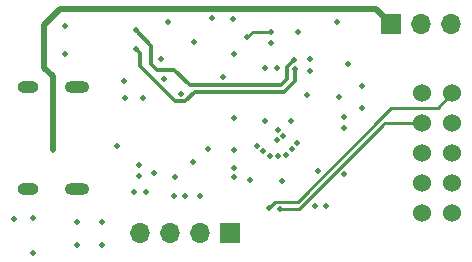
<source format=gbr>
%TF.GenerationSoftware,KiCad,Pcbnew,7.0.7*%
%TF.CreationDate,2024-02-11T21:42:05-08:00*%
%TF.ProjectId,PGL_FTDI_Prog,50474c5f-4654-4444-995f-50726f672e6b,rev?*%
%TF.SameCoordinates,Original*%
%TF.FileFunction,Copper,L4,Bot*%
%TF.FilePolarity,Positive*%
%FSLAX46Y46*%
G04 Gerber Fmt 4.6, Leading zero omitted, Abs format (unit mm)*
G04 Created by KiCad (PCBNEW 7.0.7) date 2024-02-11 21:42:05*
%MOMM*%
%LPD*%
G01*
G04 APERTURE LIST*
%TA.AperFunction,ComponentPad*%
%ADD10C,1.524000*%
%TD*%
%TA.AperFunction,ComponentPad*%
%ADD11R,1.700000X1.700000*%
%TD*%
%TA.AperFunction,ComponentPad*%
%ADD12O,1.700000X1.700000*%
%TD*%
%TA.AperFunction,ComponentPad*%
%ADD13O,2.100000X1.000000*%
%TD*%
%TA.AperFunction,ComponentPad*%
%ADD14O,1.800000X1.000000*%
%TD*%
%TA.AperFunction,ViaPad*%
%ADD15C,0.500000*%
%TD*%
%TA.AperFunction,Conductor*%
%ADD16C,0.500000*%
%TD*%
%TA.AperFunction,Conductor*%
%ADD17C,0.350000*%
%TD*%
%TA.AperFunction,Conductor*%
%ADD18C,0.250000*%
%TD*%
G04 APERTURE END LIST*
D10*
%TO.P,U7,1,5V*%
%TO.N,Net-(J1-Pin_2)*%
X102810000Y-56690000D03*
%TO.P,U7,2,CDONE*%
%TO.N,/UP5K_CDONE*%
X105350000Y-56690000D03*
%TO.P,U7,3,~{CRESET}*%
%TO.N,/UP5K_CRESET*%
X102810000Y-59230000D03*
%TO.P,U7,4,GND*%
%TO.N,GND*%
X105350000Y-59230000D03*
%TO.P,U7,5,UA_RX*%
%TO.N,/UP5K_UART_RX*%
X102810000Y-61770000D03*
%TO.P,U7,6,UA_TX*%
%TO.N,/UP5K_UART_TX*%
X105350000Y-61770000D03*
%TO.P,U7,7,~{F_CS}*%
%TO.N,/FLASH_CS*%
X102810000Y-64310000D03*
%TO.P,U7,8,F_MISO*%
%TO.N,/FLASH_MISO*%
X105350000Y-64310000D03*
%TO.P,U7,9,F_MOSI*%
%TO.N,/FLASH_MOSI*%
X102810000Y-66850000D03*
%TO.P,U7,10,F_SCK*%
%TO.N,/FLASH_SCK*%
X105350000Y-66850000D03*
%TD*%
D11*
%TO.P,J1,1,Pin_1*%
%TO.N,+5V*%
X100160000Y-50850000D03*
D12*
%TO.P,J1,2,Pin_2*%
%TO.N,Net-(J1-Pin_2)*%
X102700000Y-50850000D03*
%TO.P,J1,3,Pin_3*%
%TO.N,+3V3*%
X105240000Y-50850000D03*
%TD*%
D13*
%TO.P,P1,S1,SHIELD*%
%TO.N,GND*%
X73605000Y-56180000D03*
D14*
X69425000Y-56180000D03*
D13*
X73605000Y-64820000D03*
D14*
X69425000Y-64820000D03*
%TD*%
D11*
%TO.P,J3,1,Pin_1*%
%TO.N,GND*%
X86520000Y-68500000D03*
D12*
%TO.P,J3,2,Pin_2*%
%TO.N,+3V3*%
X83980000Y-68500000D03*
%TO.P,J3,3,Pin_3*%
%TO.N,GND*%
X81440000Y-68500000D03*
%TO.P,J3,4,Pin_4*%
%TO.N,+5V*%
X78900000Y-68500000D03*
%TD*%
D15*
%TO.N,+3V3*%
X73575000Y-67600000D03*
X75700000Y-67600000D03*
X95550000Y-50675000D03*
X77562500Y-55600000D03*
X72512500Y-53350000D03*
X84000000Y-65375000D03*
X93700000Y-66250000D03*
X88200000Y-64000000D03*
X93300000Y-54760000D03*
X80100000Y-63425000D03*
X89962500Y-52450000D03*
X72512500Y-50950000D03*
X97700000Y-57950000D03*
X96200000Y-59630000D03*
X86750000Y-50400000D03*
X82730000Y-65350000D03*
X78800000Y-63680000D03*
X90480000Y-54550000D03*
%TO.N,GND*%
X81850000Y-63750000D03*
X79150000Y-57100000D03*
X95750000Y-57000000D03*
X86850000Y-53320000D03*
X93017970Y-56831211D03*
X83450000Y-52350000D03*
X77600000Y-57100000D03*
X82400000Y-56695000D03*
X86850000Y-63750000D03*
X88800000Y-61100000D03*
X85950000Y-55300000D03*
X91000000Y-60300000D03*
X91300000Y-61900000D03*
X78800000Y-62720000D03*
X86900000Y-58750000D03*
X90945139Y-64138009D03*
X89500000Y-59000000D03*
X69800000Y-70180000D03*
X94660000Y-66250000D03*
X76950000Y-61125000D03*
X80900000Y-55475000D03*
X89900000Y-62000000D03*
X96550000Y-54200000D03*
X75700000Y-69500000D03*
X85000000Y-50270000D03*
X89520000Y-54550000D03*
X86850000Y-63000000D03*
X69800000Y-67270000D03*
X92200000Y-60900000D03*
X93950000Y-63250000D03*
X89300000Y-61600000D03*
X90500000Y-60600000D03*
X90600000Y-59800000D03*
X96200000Y-58670000D03*
X93300000Y-53800000D03*
X86850000Y-61500000D03*
X73575000Y-69500000D03*
X84650000Y-61420000D03*
X97700000Y-56050000D03*
X78350000Y-65020000D03*
X81770000Y-65350000D03*
X90600000Y-62000000D03*
X96200000Y-63480000D03*
X91700000Y-59000000D03*
X79400000Y-65020000D03*
X92237500Y-51500000D03*
X91800000Y-61400000D03*
X80720000Y-53750000D03*
X81250000Y-50650000D03*
X68250000Y-67300000D03*
X83350000Y-62480000D03*
%TO.N,+5V*%
X71500000Y-60300000D03*
X71500000Y-61500000D03*
X71500000Y-60900000D03*
X71500000Y-59700000D03*
%TO.N,Net-(U5-BCBUS4)*%
X78525000Y-51350000D03*
X91950000Y-53850000D03*
%TO.N,Net-(U5-BCBUS3)*%
X78525000Y-52950000D03*
X92000000Y-54650000D03*
%TO.N,/UP5K_CDONE*%
X89850000Y-66350000D03*
%TO.N,/UP5K_CRESET*%
X90750000Y-66450000D03*
%TO.N,/EEPROM_SPI_CS*%
X89962500Y-51500000D03*
X87975000Y-51950000D03*
%TD*%
D16*
%TO.N,+5V*%
X71500000Y-61500000D02*
X71500000Y-55200000D01*
X71500000Y-55200000D02*
X70800000Y-54500000D01*
X72130000Y-49570000D02*
X98880000Y-49570000D01*
X70800000Y-54500000D02*
X70800000Y-50900000D01*
X70800000Y-50900000D02*
X72130000Y-49570000D01*
X98880000Y-49570000D02*
X100160000Y-50850000D01*
D17*
%TO.N,Net-(U5-BCBUS4)*%
X91950000Y-53850000D02*
X91916116Y-53850000D01*
X83100000Y-56000000D02*
X81800000Y-54700000D01*
X91916116Y-53850000D02*
X91350000Y-54416116D01*
X91350000Y-55500000D02*
X90850000Y-56000000D01*
X90850000Y-56000000D02*
X83100000Y-56000000D01*
X91350000Y-54416116D02*
X91350000Y-55500000D01*
X80350000Y-54700000D02*
X79850000Y-54200000D01*
X78550000Y-51350000D02*
X78525000Y-51350000D01*
X79850000Y-54200000D02*
X79850000Y-52650000D01*
X81800000Y-54700000D02*
X80350000Y-54700000D01*
X79850000Y-52650000D02*
X78550000Y-51350000D01*
%TO.N,Net-(U5-BCBUS3)*%
X91077818Y-56550000D02*
X92000000Y-55627818D01*
X83520000Y-56550000D02*
X91077818Y-56550000D01*
X81861116Y-57320000D02*
X82750000Y-57320000D01*
X82750000Y-57320000D02*
X83520000Y-56550000D01*
X78862500Y-53287500D02*
X78862500Y-54321384D01*
X78862500Y-54321384D02*
X81861116Y-57320000D01*
X78525000Y-52950000D02*
X78862500Y-53287500D01*
X92000000Y-55627818D02*
X92000000Y-54650000D01*
D18*
%TO.N,/UP5K_CDONE*%
X92250000Y-65850000D02*
X99675000Y-58425000D01*
X90350000Y-65850000D02*
X92250000Y-65850000D01*
X100150000Y-57950000D02*
X99675000Y-58425000D01*
X104090000Y-57950000D02*
X100150000Y-57950000D01*
X89850000Y-66350000D02*
X90350000Y-65850000D01*
X105350000Y-56690000D02*
X104090000Y-57950000D01*
%TO.N,/UP5K_CRESET*%
X99570000Y-59230000D02*
X99450000Y-59350000D01*
X92350000Y-66450000D02*
X99450000Y-59350000D01*
X90750000Y-66450000D02*
X92350000Y-66450000D01*
X102810000Y-59230000D02*
X99570000Y-59230000D01*
%TO.N,/EEPROM_SPI_CS*%
X88425000Y-51500000D02*
X89962500Y-51500000D01*
X87975000Y-51950000D02*
X88425000Y-51500000D01*
%TD*%
M02*

</source>
